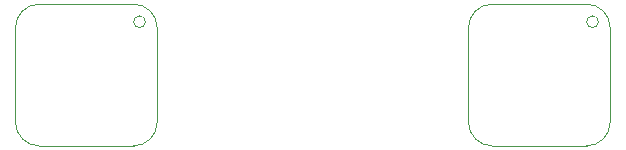
<source format=gbr>
%TF.GenerationSoftware,Altium Limited,Altium Designer,22.2.1 (43)*%
G04 Layer_Color=8388736*
%FSLAX44Y44*%
%MOMM*%
%TF.SameCoordinates,040CE2E0-B857-4D47-B26F-9B72162B56B4*%
%TF.FilePolarity,Positive*%
%TF.FileFunction,Other,Top_3D_Body*%
%TF.Part,Single*%
G01*
G75*
%TA.AperFunction,NonConductor*%
%ADD184C,0.1000*%
D184*
X902170Y1047030D02*
G03*
X902170Y1047030I-5000J0D01*
G01*
X892170Y942030D02*
G03*
X912170Y962030I0J20000D01*
G01*
X792170D02*
G03*
X812170Y942030I20000J0D01*
G01*
Y1062030D02*
G03*
X792170Y1042030I0J-20000D01*
G01*
X912170D02*
G03*
X892170Y1062030I-20000J0D01*
G01*
X1285710Y1047030D02*
G03*
X1285710Y1047030I-5000J0D01*
G01*
X1275710Y942030D02*
G03*
X1295710Y962030I0J20000D01*
G01*
X1175710D02*
G03*
X1195710Y942030I20000J0D01*
G01*
Y1062030D02*
G03*
X1175710Y1042030I0J-20000D01*
G01*
X1295710D02*
G03*
X1275710Y1062030I-20000J0D01*
G01*
X812170Y942030D02*
X892170D01*
X792170Y962030D02*
Y1042030D01*
X812170Y1062030D02*
X892170D01*
X912170Y962030D02*
Y1042030D01*
X1195710Y942030D02*
X1275710D01*
X1175710Y962030D02*
Y1042030D01*
X1195710Y1062030D02*
X1275710D01*
X1295710Y962030D02*
Y1042030D01*
%TF.MD5,4d7a8f73ef9a7635b401089289bd9f94*%
M02*

</source>
